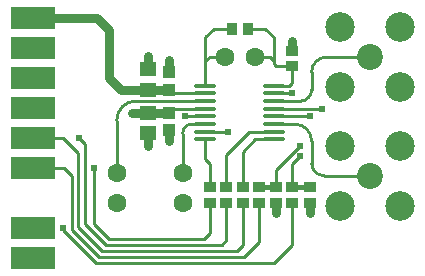
<source format=gtl>
G04 Layer_Physical_Order=1*
G04 Layer_Color=25308*
%FSLAX25Y25*%
%MOIN*%
G70*
G01*
G75*
%ADD10C,0.01000*%
%ADD11R,0.03937X0.03543*%
%ADD12R,0.05709X0.04921*%
%ADD13R,0.03937X0.04134*%
%ADD14R,0.04134X0.03543*%
%ADD15O,0.07874X0.01378*%
%ADD16R,0.03543X0.04134*%
%ADD17R,0.15000X0.07600*%
%ADD18C,0.03000*%
%ADD19C,0.01500*%
%ADD20C,0.08661*%
%ADD21C,0.09843*%
%ADD22C,0.06299*%
%ADD23C,0.02400*%
D10*
X160000Y436000D02*
G03*
X160500Y436500I0J500D01*
G01*
X163161Y452161D02*
G03*
X160000Y449000I0J-3161D01*
G01*
X144500Y459839D02*
G03*
X138000Y453339I0J-6500D01*
G01*
X203000Y439000D02*
G03*
X207000Y435000I4000J0D01*
G01*
X203000Y446500D02*
G03*
X197339Y452161I-5661J0D01*
G01*
X199339Y459839D02*
G03*
X203000Y463500I0J3661D01*
G01*
X208000Y474500D02*
G03*
X203000Y469500I0J-5000D01*
G01*
X196500Y466000D02*
Y471343D01*
X195457Y464957D02*
X196500Y466000D01*
X190417Y464957D02*
X195457D01*
X191157Y471343D02*
X196500D01*
X190417Y472083D02*
X191157Y471343D01*
X190417Y472083D02*
Y473083D01*
X160900Y454700D02*
X167562D01*
X156927Y457279D02*
X167583D01*
X156650Y462398D02*
X167583D01*
X160000Y436000D02*
Y449000D01*
Y434500D02*
Y436000D01*
X163161Y452161D02*
X167583D01*
X138000Y436000D02*
Y453339D01*
X144500Y459839D02*
X167583D01*
X190417Y452161D02*
X197339D01*
X207000Y435000D02*
X222500D01*
X203000Y439000D02*
Y446500D01*
X190417Y459839D02*
X199339D01*
X203000Y463500D02*
Y469500D01*
X208000Y474500D02*
X222500D01*
X167583Y473083D02*
X169000Y474500D01*
X174000D01*
X184000D02*
X189000D01*
X190417Y473083D01*
Y462398D02*
X196398D01*
X167583Y449602D02*
X174898D01*
X175000Y449500D01*
X167583Y440417D02*
Y447043D01*
X125500Y447500D02*
X127500Y445500D01*
X110000Y437500D02*
X120500D01*
X123000Y435000D01*
Y417000D02*
Y435000D01*
Y417000D02*
X132000Y408000D01*
X127500Y419000D02*
Y445500D01*
Y419000D02*
X134500Y412000D01*
X130500Y419000D02*
Y437500D01*
Y419000D02*
X135500Y414000D01*
X125000Y418000D02*
X133000Y410000D01*
X167583Y481083D02*
X170500Y484000D01*
X176342D01*
X167583Y464957D02*
Y473083D01*
Y481083D01*
X190417Y473083D02*
Y481083D01*
X187500Y484000D02*
X190417Y481083D01*
X181658Y484000D02*
X187500D01*
X110000Y447500D02*
X120000D01*
X125000Y442500D01*
Y418000D02*
Y442500D01*
X133000Y410000D02*
X178000D01*
X132000Y408000D02*
X180500D01*
X182102Y449602D02*
X190417D01*
X184043Y447043D02*
X190417D01*
X135500Y414000D02*
X167000D01*
X134500Y412000D02*
X173000D01*
X167000Y414000D02*
X169000Y416000D01*
Y424715D01*
X170064Y425779D01*
X169000Y432158D02*
X170064Y431094D01*
X169000Y432158D02*
Y439000D01*
X167583Y440417D02*
X169000Y439000D01*
X174500Y432158D02*
X175564Y431094D01*
X174500Y432158D02*
Y442000D01*
X182102Y449602D01*
X180000Y432158D02*
X181064Y431094D01*
X180000Y432158D02*
Y443000D01*
X184043Y447043D01*
X173000Y412000D02*
X174500Y413500D01*
Y424715D01*
X175564Y425779D01*
X178000Y410000D02*
X180000Y412000D01*
Y424715D01*
X181064Y425779D01*
X180500Y408000D02*
X185500Y413000D01*
Y424843D01*
X190500Y406000D02*
X196500Y412000D01*
Y425843D01*
X185500D02*
X186500D01*
X185500Y424843D02*
X186500Y425843D01*
X190417Y454720D02*
X202500D01*
X191000Y431157D02*
Y437000D01*
X199000Y445000D01*
X196500Y431157D02*
Y439000D01*
X190417Y457279D02*
X206500D01*
X196500Y439000D02*
X199000Y441500D01*
X131000Y406000D02*
X190500D01*
X120000Y417000D02*
X131000Y406000D01*
X120000Y417000D02*
Y417500D01*
D11*
X196500Y476657D02*
D03*
Y471343D02*
D03*
D12*
X148500Y449154D02*
D03*
Y455847D02*
D03*
Y463654D02*
D03*
Y470346D02*
D03*
D13*
X155500Y450047D02*
D03*
Y455953D02*
D03*
Y463547D02*
D03*
Y469453D02*
D03*
D14*
X180064Y431094D02*
D03*
Y425779D02*
D03*
X169064Y431094D02*
D03*
Y425779D02*
D03*
X174564Y431094D02*
D03*
Y425779D02*
D03*
X185500Y425843D02*
D03*
Y431157D02*
D03*
X191000Y425843D02*
D03*
Y431157D02*
D03*
X196500Y425843D02*
D03*
Y431157D02*
D03*
X202500Y425843D02*
D03*
Y431157D02*
D03*
D15*
X167583Y464957D02*
D03*
Y462398D02*
D03*
Y459839D02*
D03*
Y457279D02*
D03*
Y454720D02*
D03*
Y452161D02*
D03*
Y449602D02*
D03*
Y447043D02*
D03*
X190417Y464957D02*
D03*
Y462398D02*
D03*
Y459839D02*
D03*
Y457279D02*
D03*
Y454720D02*
D03*
Y452161D02*
D03*
Y449602D02*
D03*
Y447043D02*
D03*
D16*
X181658Y484000D02*
D03*
X176342D02*
D03*
D17*
X110000Y437500D02*
D03*
Y447500D02*
D03*
Y457500D02*
D03*
Y467500D02*
D03*
Y477500D02*
D03*
Y487500D02*
D03*
Y417500D02*
D03*
Y407500D02*
D03*
D18*
X196500Y478158D02*
Y480000D01*
X148500Y455847D02*
X155394D01*
X155500Y446500D02*
Y450047D01*
X148500Y445000D02*
Y449154D01*
Y463654D02*
X155394D01*
X155500Y469453D02*
Y473500D01*
X148500Y470346D02*
Y475000D01*
X143000Y456000D02*
X148346D01*
X148346Y463500D02*
X148500Y463654D01*
X143000Y463500D02*
X148346D01*
X135500Y467500D02*
X139500Y463500D01*
X143000D01*
X135500Y467500D02*
Y483500D01*
X131500Y487500D02*
X135500Y483500D01*
X110000Y487500D02*
X131500D01*
X191000Y422500D02*
Y425843D01*
X202500Y422500D02*
Y425843D01*
D19*
X185500Y431157D02*
X191000D01*
X196500D02*
X202500D01*
D20*
X222500Y435000D02*
D03*
Y474500D02*
D03*
D21*
X232500Y445000D02*
D03*
Y425000D02*
D03*
X212500D02*
D03*
Y445000D02*
D03*
X232500Y484500D02*
D03*
Y464500D02*
D03*
X212500D02*
D03*
Y484500D02*
D03*
D22*
X160000Y426000D02*
D03*
Y436000D02*
D03*
X138000Y426000D02*
D03*
Y436000D02*
D03*
X174000Y474500D02*
D03*
X184000D02*
D03*
D23*
X196500Y480000D02*
D03*
X160900Y454700D02*
D03*
X148500Y445000D02*
D03*
X155500Y446500D02*
D03*
X148500Y475000D02*
D03*
X155500Y473500D02*
D03*
X196398Y462398D02*
D03*
X175000Y449500D02*
D03*
X143000Y456000D02*
D03*
Y463500D02*
D03*
X125500Y447500D02*
D03*
X130500Y437500D02*
D03*
X199000Y445000D02*
D03*
X202500Y454720D02*
D03*
X206500Y457279D02*
D03*
X191000Y422500D02*
D03*
X202500D02*
D03*
X199000Y441500D02*
D03*
X120000Y417500D02*
D03*
M02*

</source>
